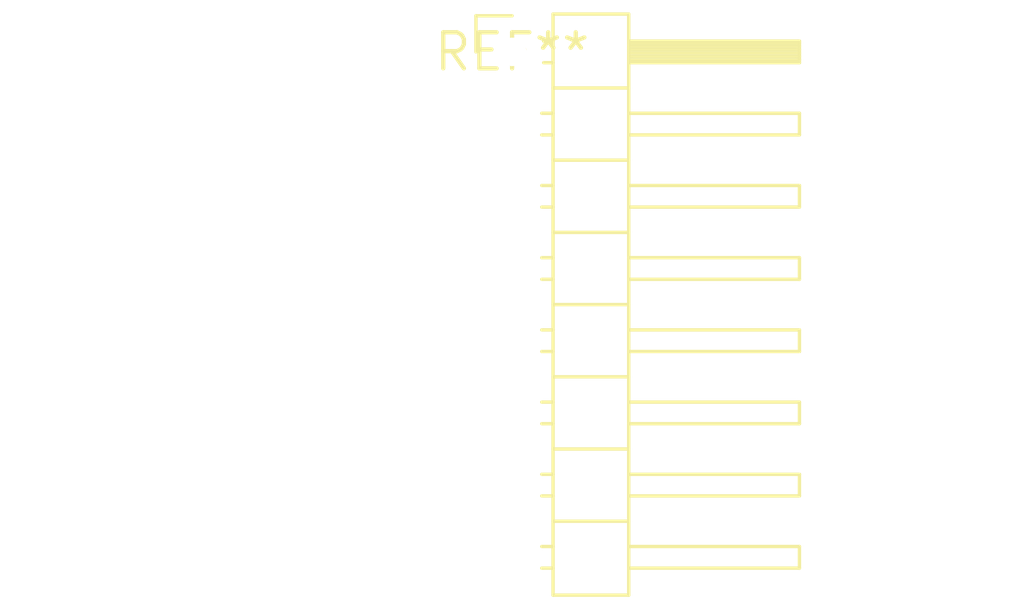
<source format=kicad_pcb>
(kicad_pcb (version 20240108) (generator pcbnew)
  (layers (0 "F.Cu" signal) (31 "B.Cu" signal) (34 "B.Paste" user) (35 "F.Paste" user) (36 "B.SilkS" user "B.Silkscreen") (37 "F.SilkS" user "F.Silkscreen") (38 "B.Mask" user) (39 "F.Mask" user) (44 "Edge.Cuts" user))
  (net 0 "")
  (footprint "PinHeader_1x08_P2.54mm_Horizontal" (layer "F.Cu") (at 0 0)
    (property "Reference" "REF**")
    (property "Value" "PinHeader_1x08_P2.54mm_Horizontal")
    (fp_line (start -1.27 -1.27) (end 0 -1.27) (layer "F.SilkS") (stroke (width 0.12)))
    (fp_line (start -1.27 0) (end -1.27 -1.27) (layer "F.SilkS") (stroke (width 0.12)))
    (fp_line (start 1.042929 2.16) (end 1.44 2.16) (layer "F.SilkS") (stroke (width 0.12)))
    (fp_line (start 1.042929 2.92) (end 1.44 2.92) (layer "F.SilkS") (stroke (width 0.12)))
    (fp_line (start 1.042929 4.7) (end 1.44 4.7) (layer "F.SilkS") (stroke (width 0.12)))
    (fp_line (start 1.042929 5.46) (end 1.44 5.46) (layer "F.SilkS") (stroke (width 0.12)))
    (fp_line (start 1.042929 7.24) (end 1.44 7.24) (layer "F.SilkS") (stroke (width 0.12)))
    (fp_line (start 1.042929 8) (end 1.44 8) (layer "F.SilkS") (stroke (width 0.12)))
    (fp_line (start 1.042929 9.78) (end 1.44 9.78) (layer "F.SilkS") (stroke (width 0.12)))
    (fp_line (start 1.042929 10.54) (end 1.44 10.54) (layer "F.SilkS") (stroke (width 0.12)))
    (fp_line (start 1.042929 12.32) (end 1.44 12.32) (layer "F.SilkS") (stroke (width 0.12)))
    (fp_line (start 1.042929 13.08) (end 1.44 13.08) (layer "F.SilkS") (stroke (width 0.12)))
    (fp_line (start 1.042929 14.86) (end 1.44 14.86) (layer "F.SilkS") (stroke (width 0.12)))
    (fp_line (start 1.042929 15.62) (end 1.44 15.62) (layer "F.SilkS") (stroke (width 0.12)))
    (fp_line (start 1.042929 17.4) (end 1.44 17.4) (layer "F.SilkS") (stroke (width 0.12)))
    (fp_line (start 1.042929 18.16) (end 1.44 18.16) (layer "F.SilkS") (stroke (width 0.12)))
    (fp_line (start 1.11 -0.38) (end 1.44 -0.38) (layer "F.SilkS") (stroke (width 0.12)))
    (fp_line (start 1.11 0.38) (end 1.44 0.38) (layer "F.SilkS") (stroke (width 0.12)))
    (fp_line (start 1.44 -1.33) (end 1.44 19.11) (layer "F.SilkS") (stroke (width 0.12)))
    (fp_line (start 1.44 1.27) (end 4.1 1.27) (layer "F.SilkS") (stroke (width 0.12)))
    (fp_line (start 1.44 3.81) (end 4.1 3.81) (layer "F.SilkS") (stroke (width 0.12)))
    (fp_line (start 1.44 6.35) (end 4.1 6.35) (layer "F.SilkS") (stroke (width 0.12)))
    (fp_line (start 1.44 8.89) (end 4.1 8.89) (layer "F.SilkS") (stroke (width 0.12)))
    (fp_line (start 1.44 11.43) (end 4.1 11.43) (layer "F.SilkS") (stroke (width 0.12)))
    (fp_line (start 1.44 13.97) (end 4.1 13.97) (layer "F.SilkS") (stroke (width 0.12)))
    (fp_line (start 1.44 16.51) (end 4.1 16.51) (layer "F.SilkS") (stroke (width 0.12)))
    (fp_line (start 1.44 19.11) (end 4.1 19.11) (layer "F.SilkS") (stroke (width 0.12)))
    (fp_line (start 4.1 -1.33) (end 1.44 -1.33) (layer "F.SilkS") (stroke (width 0.12)))
    (fp_line (start 4.1 -0.38) (end 10.1 -0.38) (layer "F.SilkS") (stroke (width 0.12)))
    (fp_line (start 4.1 -0.32) (end 10.1 -0.32) (layer "F.SilkS") (stroke (width 0.12)))
    (fp_line (start 4.1 -0.2) (end 10.1 -0.2) (layer "F.SilkS") (stroke (width 0.12)))
    (fp_line (start 4.1 -0.08) (end 10.1 -0.08) (layer "F.SilkS") (stroke (width 0.12)))
    (fp_line (start 4.1 0.04) (end 10.1 0.04) (layer "F.SilkS") (stroke (width 0.12)))
    (fp_line (start 4.1 0.16) (end 10.1 0.16) (layer "F.SilkS") (stroke (width 0.12)))
    (fp_line (start 4.1 0.28) (end 10.1 0.28) (layer "F.SilkS") (stroke (width 0.12)))
    (fp_line (start 4.1 2.16) (end 10.1 2.16) (layer "F.SilkS") (stroke (width 0.12)))
    (fp_line (start 4.1 4.7) (end 10.1 4.7) (layer "F.SilkS") (stroke (width 0.12)))
    (fp_line (start 4.1 7.24) (end 10.1 7.24) (layer "F.SilkS") (stroke (width 0.12)))
    (fp_line (start 4.1 9.78) (end 10.1 9.78) (layer "F.SilkS") (stroke (width 0.12)))
    (fp_line (start 4.1 12.32) (end 10.1 12.32) (layer "F.SilkS") (stroke (width 0.12)))
    (fp_line (start 4.1 14.86) (end 10.1 14.86) (layer "F.SilkS") (stroke (width 0.12)))
    (fp_line (start 4.1 17.4) (end 10.1 17.4) (layer "F.SilkS") (stroke (width 0.12)))
    (fp_line (start 4.1 19.11) (end 4.1 -1.33) (layer "F.SilkS") (stroke (width 0.12)))
    (fp_line (start 10.1 -0.38) (end 10.1 0.38) (layer "F.SilkS") (stroke (width 0.12)))
    (fp_line (start 10.1 0.38) (end 4.1 0.38) (layer "F.SilkS") (stroke (width 0.12)))
    (fp_line (start 10.1 2.16) (end 10.1 2.92) (layer "F.SilkS") (stroke (width 0.12)))
    (fp_line (start 10.1 2.92) (end 4.1 2.92) (layer "F.SilkS") (stroke (width 0.12)))
    (fp_line (start 10.1 4.7) (end 10.1 5.46) (layer "F.SilkS") (stroke (width 0.12)))
    (fp_line (start 10.1 5.46) (end 4.1 5.46) (layer "F.SilkS") (stroke (width 0.12)))
    (fp_line (start 10.1 7.24) (end 10.1 8) (layer "F.SilkS") (stroke (width 0.12)))
    (fp_line (start 10.1 8) (end 4.1 8) (layer "F.SilkS") (stroke (width 0.12)))
    (fp_line (start 10.1 9.78) (end 10.1 10.54) (layer "F.SilkS") (stroke (width 0.12)))
    (fp_line (start 10.1 10.54) (end 4.1 10.54) (layer "F.SilkS") (stroke (width 0.12)))
    (fp_line (start 10.1 12.32) (end 10.1 13.08) (layer "F.SilkS") (stroke (width 0.12)))
    (fp_line (start 10.1 13.08) (end 4.1 13.08) (layer "F.SilkS") (stroke (width 0.12)))
    (fp_line (start 10.1 14.86) (end 10.1 15.62) (layer "F.SilkS") (stroke (width 0.12)))
    (fp_line (start 10.1 15.62) (end 4.1 15.62) (layer "F.SilkS") (stroke (width 0.12)))
    (fp_line (start 10.1 17.4) (end 10.1 18.16) (layer "F.SilkS") (stroke (width 0.12)))
    (fp_line (start 10.1 18.16) (end 4.1 18.16) (layer "F.SilkS") (stroke (width 0.12)))
    (pad "1" thru_hole rect (at 0 0) (size 1.7 1.7) (drill 1) (layers *.Cu *.Mask) (remove_unused_layers))
    (pad "2" thru_hole oval (at 0 2.54) (size 1.7 1.7) (drill 1) (layers *.Cu *.Mask) (remove_unused_layers))
    (pad "3" thru_hole oval (at 0 5.08) (size 1.7 1.7) (drill 1) (layers *.Cu *.Mask) (remove_unused_layers))
    (pad "4" thru_hole oval (at 0 7.62) (size 1.7 1.7) (drill 1) (layers *.Cu *.Mask) (remove_unused_layers))
    (pad "5" thru_hole oval (at 0 10.16) (size 1.7 1.7) (drill 1) (layers *.Cu *.Mask) (remove_unused_layers))
    (pad "6" thru_hole oval (at 0 12.7) (size 1.7 1.7) (drill 1) (layers *.Cu *.Mask) (remove_unused_layers))
    (pad "7" thru_hole oval (at 0 15.24) (size 1.7 1.7) (drill 1) (layers *.Cu *.Mask) (remove_unused_layers))
    (pad "8" thru_hole oval (at 0 17.78) (size 1.7 1.7) (drill 1) (layers *.Cu *.Mask) (remove_unused_layers))
  )
)
</source>
